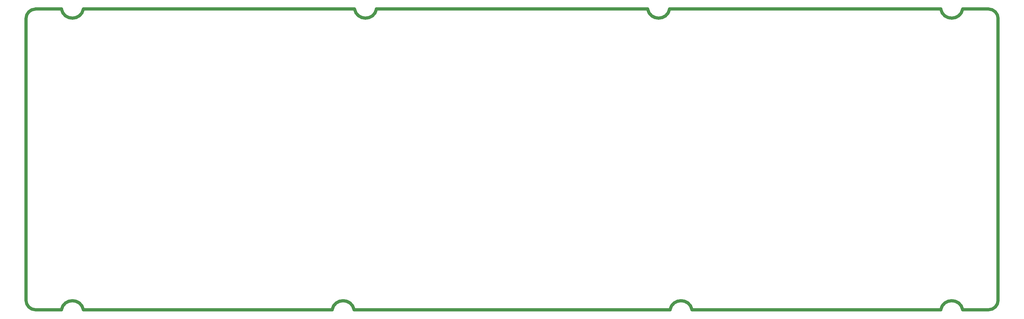
<source format=gbr>
%TF.GenerationSoftware,KiCad,Pcbnew,(5.1.11)-1*%
%TF.CreationDate,2022-09-25T18:14:13+07:00*%
%TF.ProjectId,Eclipse65,45636c69-7073-4653-9635-2e6b69636164,rev?*%
%TF.SameCoordinates,Original*%
%TF.FileFunction,Profile,NP*%
%FSLAX46Y46*%
G04 Gerber Fmt 4.6, Leading zero omitted, Abs format (unit mm)*
G04 Created by KiCad (PCBNEW (5.1.11)-1) date 2022-09-25 18:14:13*
%MOMM*%
%LPD*%
G01*
G04 APERTURE LIST*
%TA.AperFunction,Profile*%
%ADD10C,1.000000*%
%TD*%
G04 APERTURE END LIST*
D10*
X237205776Y-123300004D02*
X314910882Y-123300004D01*
X230205775Y-29099995D02*
G75*
G02*
X223327549Y-29099995I-3439113J649999D01*
G01*
X332849995Y-120300000D02*
G75*
G02*
X329849994Y-123299999I-3000000J1D01*
G01*
X314910882Y-29099995D02*
X230205776Y-29099995D01*
X321789110Y-29099997D02*
G75*
G02*
X314910882Y-29099995I-3439114J649997D01*
G01*
X329849995Y-29099995D02*
X321789110Y-29099995D01*
X230327548Y-123300004D02*
G75*
G02*
X237205776Y-123300004I3439114J-649999D01*
G01*
X314910882Y-123300002D02*
G75*
G02*
X321789110Y-123300004I3439114J-649997D01*
G01*
X329849996Y-29099995D02*
G75*
G02*
X332849995Y-32099996I-1J-3000000D01*
G01*
X332849995Y-120299999D02*
X332849995Y-32099996D01*
X321789110Y-123300004D02*
X329849994Y-123299999D01*
X32099996Y-123299996D02*
G75*
G02*
X29099996Y-120299996I0J3000000D01*
G01*
X29099996Y-32099995D02*
X29099996Y-120299996D01*
X40160882Y-29099995D02*
X32099996Y-29099995D01*
X47039109Y-29099997D02*
G75*
G02*
X40160882Y-29099995I-3439113J650000D01*
G01*
X138622442Y-29099995D02*
G75*
G02*
X131744216Y-29099995I-3439113J650000D01*
G01*
X223327549Y-29099995D02*
X138622442Y-29099995D01*
X29099995Y-32099994D02*
G75*
G02*
X32099996Y-29099995I3000000J-1D01*
G01*
X131744216Y-29099995D02*
X47039109Y-29099995D01*
X131622442Y-123300004D02*
X230327548Y-123300004D01*
X47039109Y-123300004D02*
X124744216Y-123300004D01*
X32099995Y-123299996D02*
X40160882Y-123300004D01*
X40160883Y-123300004D02*
G75*
G02*
X47039109Y-123300004I3439113J-649999D01*
G01*
X124744216Y-123300004D02*
G75*
G02*
X131622442Y-123300004I3439113J-650000D01*
G01*
M02*

</source>
